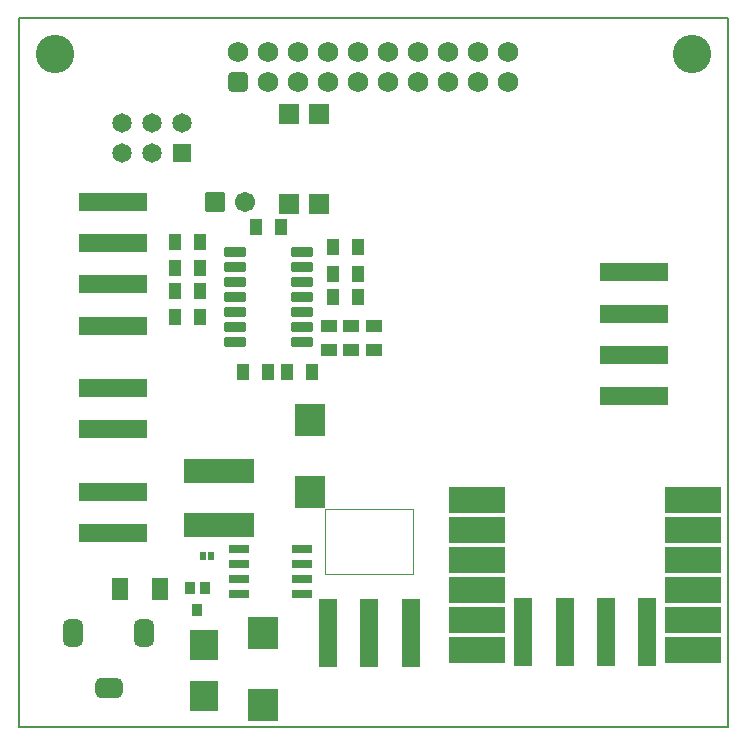
<source format=gbs>
G04*
G04 #@! TF.GenerationSoftware,Altium Limited,Altium Designer,21.2.2 (38)*
G04*
G04 Layer_Color=16711935*
%FSLAX44Y44*%
%MOMM*%
G71*
G04*
G04 #@! TF.SameCoordinates,265A67D8-C3AC-4CD1-A284-A86046D17BEF*
G04*
G04*
G04 #@! TF.FilePolarity,Negative*
G04*
G01*
G75*
%ADD10C,0.2000*%
%ADD23C,0.0500*%
%ADD42R,1.1032X1.4032*%
%ADD45R,1.4032X1.1032*%
%ADD46R,5.7150X1.4986*%
%ADD47R,1.4986X5.7150*%
%ADD58R,1.8032X1.8032*%
G04:AMPARAMS|DCode=59|XSize=1.7032mm|YSize=1.7032mm|CornerRadius=0.1541mm|HoleSize=0mm|Usage=FLASHONLY|Rotation=0.000|XOffset=0mm|YOffset=0mm|HoleType=Round|Shape=RoundedRectangle|*
%AMROUNDEDRECTD59*
21,1,1.7032,1.3950,0,0,0.0*
21,1,1.3950,1.7032,0,0,0.0*
1,1,0.3082,0.6975,-0.6975*
1,1,0.3082,-0.6975,-0.6975*
1,1,0.3082,-0.6975,0.6975*
1,1,0.3082,0.6975,0.6975*
%
%ADD59ROUNDEDRECTD59*%
%ADD60C,1.7032*%
%ADD61C,1.6500*%
%ADD62R,1.6500X1.6500*%
%ADD64R,4.7752X2.1844*%
G04:AMPARAMS|DCode=65|XSize=2.3032mm|YSize=1.7032mm|CornerRadius=0.4766mm|HoleSize=0mm|Usage=FLASHONLY|Rotation=180.000|XOffset=0mm|YOffset=0mm|HoleType=Round|Shape=RoundedRectangle|*
%AMROUNDEDRECTD65*
21,1,2.3032,0.7500,0,0,180.0*
21,1,1.3500,1.7032,0,0,180.0*
1,1,0.9532,-0.6750,0.3750*
1,1,0.9532,0.6750,0.3750*
1,1,0.9532,0.6750,-0.3750*
1,1,0.9532,-0.6750,-0.3750*
%
%ADD65ROUNDEDRECTD65*%
G04:AMPARAMS|DCode=66|XSize=2.3032mm|YSize=1.7032mm|CornerRadius=0.4766mm|HoleSize=0mm|Usage=FLASHONLY|Rotation=90.000|XOffset=0mm|YOffset=0mm|HoleType=Round|Shape=RoundedRectangle|*
%AMROUNDEDRECTD66*
21,1,2.3032,0.7500,0,0,90.0*
21,1,1.3500,1.7032,0,0,90.0*
1,1,0.9532,0.3750,0.6750*
1,1,0.9532,0.3750,-0.6750*
1,1,0.9532,-0.3750,-0.6750*
1,1,0.9532,-0.3750,0.6750*
%
%ADD66ROUNDEDRECTD66*%
G04:AMPARAMS|DCode=67|XSize=1.7532mm|YSize=1.7532mm|CornerRadius=0.4891mm|HoleSize=0mm|Usage=FLASHONLY|Rotation=0.000|XOffset=0mm|YOffset=0mm|HoleType=Round|Shape=RoundedRectangle|*
%AMROUNDEDRECTD67*
21,1,1.7532,0.7750,0,0,0.0*
21,1,0.7750,1.7532,0,0,0.0*
1,1,0.9782,0.3875,-0.3875*
1,1,0.9782,-0.3875,-0.3875*
1,1,0.9782,-0.3875,0.3875*
1,1,0.9782,0.3875,0.3875*
%
%ADD67ROUNDEDRECTD67*%
%ADD68C,1.7532*%
%ADD102R,0.6032X0.8032*%
G04:AMPARAMS|DCode=103|XSize=0.8532mm|YSize=1.8532mm|CornerRadius=0.1504mm|HoleSize=0mm|Usage=FLASHONLY|Rotation=270.000|XOffset=0mm|YOffset=0mm|HoleType=Round|Shape=RoundedRectangle|*
%AMROUNDEDRECTD103*
21,1,0.8532,1.5525,0,0,270.0*
21,1,0.5525,1.8532,0,0,270.0*
1,1,0.3007,-0.7763,-0.2763*
1,1,0.3007,-0.7763,0.2763*
1,1,0.3007,0.7763,0.2763*
1,1,0.3007,0.7763,-0.2763*
%
%ADD103ROUNDEDRECTD103*%
%ADD104R,2.6532X2.7532*%
%ADD105R,5.9032X2.0032*%
%ADD106R,1.7532X0.8032*%
%ADD107R,0.9032X1.1032*%
%ADD108R,2.3532X2.6532*%
%ADD109R,1.4532X1.8532*%
%ADD110C,3.2512*%
D10*
X0Y0D02*
X600000D01*
X0D02*
Y600000D01*
X600000Y0D02*
Y600000D01*
X0D02*
X600000D01*
D23*
X259064Y129726D02*
Y184726D01*
X333264Y129726D02*
Y184726D01*
X259064D02*
X333264D01*
X259064Y129726D02*
X333264D01*
D42*
X221488Y423418D02*
D03*
X200488D02*
D03*
X286938Y406146D02*
D03*
X265938D02*
D03*
X226822Y300482D02*
D03*
X247822D02*
D03*
X287020Y383286D02*
D03*
X266020D02*
D03*
X287020Y364236D02*
D03*
X266020D02*
D03*
X131908Y410972D02*
D03*
X152908D02*
D03*
X131908Y388366D02*
D03*
X152908D02*
D03*
X131908Y368808D02*
D03*
X152908D02*
D03*
X131908Y347218D02*
D03*
X152908D02*
D03*
X189738Y300482D02*
D03*
X210738D02*
D03*
D45*
X300736Y318852D02*
D03*
Y339852D02*
D03*
X281432Y318852D02*
D03*
Y339852D02*
D03*
X262128Y318852D02*
D03*
Y339852D02*
D03*
D46*
X80010Y164136D02*
D03*
Y199136D02*
D03*
X520954Y385012D02*
D03*
Y350012D02*
D03*
Y315012D02*
D03*
Y280012D02*
D03*
X80036Y286968D02*
D03*
Y251968D02*
D03*
X80010Y444904D02*
D03*
Y409904D02*
D03*
Y374904D02*
D03*
Y339904D02*
D03*
D47*
X261672Y80010D02*
D03*
X296672D02*
D03*
X331672D02*
D03*
X427026Y80600D02*
D03*
X462026D02*
D03*
X497026D02*
D03*
X532026D02*
D03*
D58*
X228600Y519430D02*
D03*
X254000D02*
D03*
X228600Y443230D02*
D03*
X254000D02*
D03*
D59*
X165862Y444246D02*
D03*
D60*
X191262D02*
D03*
D61*
X87122Y511048D02*
D03*
Y485648D02*
D03*
X112522Y511048D02*
D03*
Y485648D02*
D03*
X137922Y511048D02*
D03*
D62*
Y485648D02*
D03*
D64*
X387698Y192024D02*
D03*
Y166624D02*
D03*
Y141224D02*
D03*
Y115824D02*
D03*
Y90424D02*
D03*
Y65024D02*
D03*
X570898Y192024D02*
D03*
Y166624D02*
D03*
Y141224D02*
D03*
Y115824D02*
D03*
Y90424D02*
D03*
Y65024D02*
D03*
D65*
X75894Y33010D02*
D03*
D66*
X45894Y80010D02*
D03*
X105894D02*
D03*
D67*
X185700Y546300D02*
D03*
D68*
X211100D02*
D03*
X236500D02*
D03*
X261900D02*
D03*
X287300D02*
D03*
X312700D02*
D03*
X338100D02*
D03*
X363500D02*
D03*
X388900D02*
D03*
X414300D02*
D03*
X185700Y571700D02*
D03*
X211100D02*
D03*
X236500D02*
D03*
X261900D02*
D03*
X287300D02*
D03*
X312700D02*
D03*
X338100D02*
D03*
X363500D02*
D03*
X388900D02*
D03*
X414300D02*
D03*
D102*
X155504Y144526D02*
D03*
X162504D02*
D03*
D103*
X239324Y402336D02*
D03*
Y389636D02*
D03*
Y376936D02*
D03*
Y364236D02*
D03*
Y351536D02*
D03*
Y338836D02*
D03*
Y326136D02*
D03*
X182824Y402336D02*
D03*
Y389636D02*
D03*
Y376936D02*
D03*
Y364236D02*
D03*
Y351536D02*
D03*
Y338836D02*
D03*
Y326136D02*
D03*
D104*
X246500Y259750D02*
D03*
Y199250D02*
D03*
X207000Y18750D02*
D03*
Y79250D02*
D03*
D105*
X169000Y171000D02*
D03*
Y217000D02*
D03*
D106*
X186000Y112450D02*
D03*
Y125150D02*
D03*
Y137850D02*
D03*
Y150550D02*
D03*
X240000D02*
D03*
Y137850D02*
D03*
Y125150D02*
D03*
Y112450D02*
D03*
D107*
X144500Y118000D02*
D03*
X157500D02*
D03*
X151000Y99000D02*
D03*
D108*
X157000Y26500D02*
D03*
Y69500D02*
D03*
D109*
X119750Y117000D02*
D03*
X85250D02*
D03*
D110*
X30226Y569722D02*
D03*
X569722D02*
D03*
M02*

</source>
